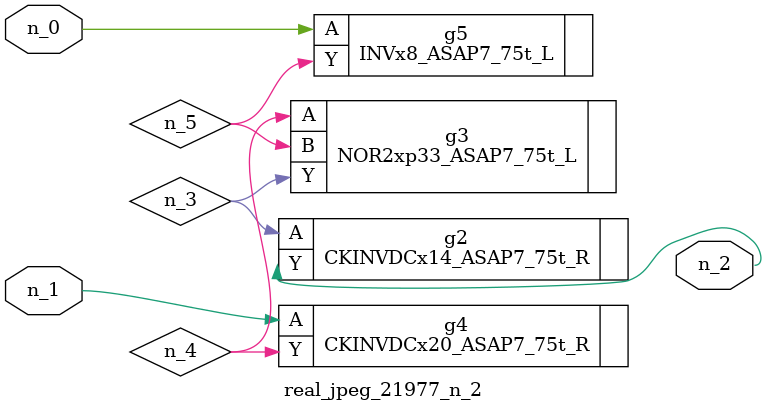
<source format=v>
module real_jpeg_21977_n_2 (n_1, n_0, n_2);

input n_1;
input n_0;

output n_2;

wire n_5;
wire n_4;
wire n_3;

INVx8_ASAP7_75t_L g5 ( 
.A(n_0),
.Y(n_5)
);

CKINVDCx20_ASAP7_75t_R g4 ( 
.A(n_1),
.Y(n_4)
);

CKINVDCx14_ASAP7_75t_R g2 ( 
.A(n_3),
.Y(n_2)
);

NOR2xp33_ASAP7_75t_L g3 ( 
.A(n_4),
.B(n_5),
.Y(n_3)
);


endmodule
</source>
